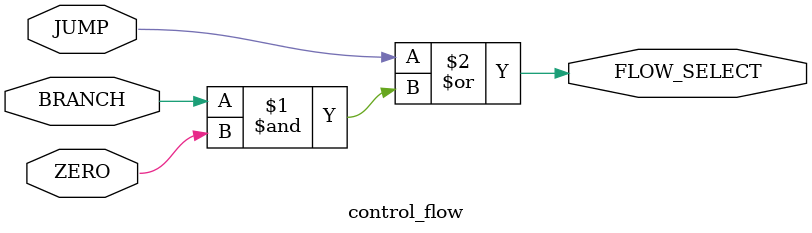
<source format=v>
/*
CO224: Computer Architecture 
Lab 05: Part-4				 
The Sub Module PCadder			 
Group - 12					 
*/

// control_flow module definition
module control_flow(BRANCH, ZERO, JUMP, FLOW_SELECT);

    // Begin port declaration
    input BRANCH, ZERO, JUMP;      // Declare input
    output FLOW_SELECT;            // Declare output
    // End of port declaration

    assign FLOW_SELECT = JUMP | (BRANCH & ZERO);    // A combinational logic to select the branch or jump insteructions to 1

endmodule
</source>
